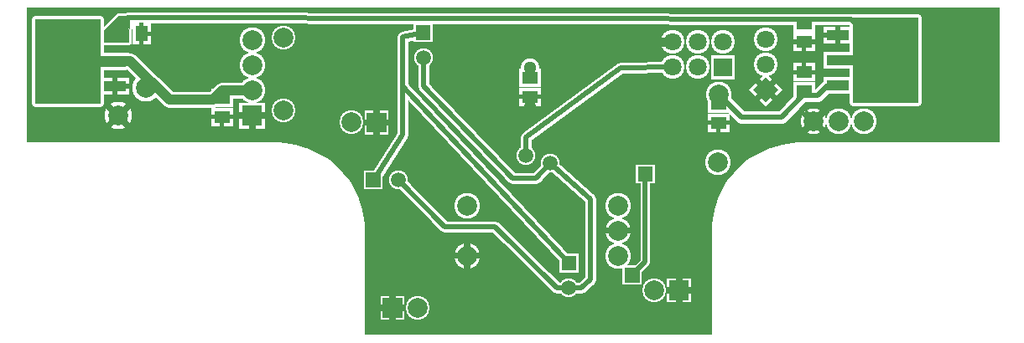
<source format=gbr>
%FSLAX34Y34*%
%MOMM*%
%LNCOPPER_BOTTOM*%
G71*
G01*
%ADD10C, 5.000*%
%ADD11C, 5.200*%
%ADD12C, 2.600*%
%ADD13C, 2.600*%
%ADD14C, 1.900*%
%ADD15C, 1.100*%
%ADD16C, 2.400*%
%ADD17C, 2.600*%
%ADD18C, 2.400*%
%ADD19C, 1.280*%
%ADD20C, 0.300*%
%ADD21R, 3.000X4.100*%
%ADD22R, 3.000X1.800*%
%ADD23C, 0.800*%
%ADD24R, 2.200X1.900*%
%ADD25C, 1.300*%
%ADD26R, 1.900X2.200*%
%ADD27C, 1.600*%
%ADD28C, 0.600*%
%ADD29C, 0.900*%
%ADD30C, 1.880*%
%ADD31C, 2.800*%
%ADD32C, 0.667*%
%ADD33C, 0.924*%
%ADD34C, 0.500*%
%ADD35C, 0.433*%
%ADD36C, 2.000*%
%ADD37C, 2.000*%
%ADD38C, 1.500*%
%ADD39C, 1.800*%
%ADD40C, 2.000*%
%ADD41C, 1.800*%
%ADD42R, 2.200X3.300*%
%ADD43R, 2.200X1.000*%
%ADD44C, 0.000*%
%ADD45R, 1.600X1.300*%
%ADD46R, 1.300X1.600*%
%ADD47C, 1.000*%
%LPD*%
G36*
X-792Y-396D02*
X-982792Y-396D01*
X-982792Y-331396D01*
X-792Y-331396D01*
X-792Y-396D01*
G37*
%LPC*%
X-46036Y-49608D02*
G54D10*
D03*
X-827085Y-49608D02*
G54D11*
D03*
G36*
X-742251Y-122535D02*
X-742251Y-96535D01*
X-768251Y-96535D01*
X-768251Y-122535D01*
X-742251Y-122535D01*
G37*
X-755252Y-84136D02*
G54D12*
D03*
X-755252Y-58736D02*
G54D12*
D03*
X-755252Y-33336D02*
G54D12*
D03*
X-385760Y-200421D02*
G54D13*
D03*
X-538160Y-200421D02*
G54D13*
D03*
X-385760Y-225821D02*
G54D13*
D03*
X-538161Y-251221D02*
G54D13*
D03*
X-385760Y-251221D02*
G54D13*
D03*
G36*
X-425872Y-249262D02*
X-444872Y-249262D01*
X-444872Y-268262D01*
X-425872Y-268262D01*
X-425872Y-249262D01*
G37*
X-435372Y-284163D02*
G54D14*
D03*
G36*
X-592099Y-34827D02*
X-573099Y-34827D01*
X-573099Y-15827D01*
X-592099Y-15827D01*
X-592099Y-34827D01*
G37*
X-582599Y-50727D02*
G54D14*
D03*
G54D15*
X-435372Y-284162D02*
X-422672Y-284162D01*
X-413544Y-275034D01*
X-413544Y-193675D01*
X-454025Y-157956D01*
G54D15*
X-454024Y-157955D02*
X-468708Y-172639D01*
X-492520Y-172639D01*
X-582214Y-79770D01*
X-582214Y-51112D01*
X-582599Y-50727D01*
G54D15*
X-435372Y-258762D02*
X-603645Y-80167D01*
X-603645Y-30102D01*
X-582599Y-25327D01*
G36*
X-268046Y-48660D02*
X-292046Y-48660D01*
X-292046Y-72660D01*
X-268046Y-72660D01*
X-268046Y-48660D01*
G37*
X-280046Y-35260D02*
G54D16*
D03*
X-305446Y-60660D02*
G54D16*
D03*
X-305446Y-35260D02*
G54D16*
D03*
X-330846Y-60660D02*
G54D16*
D03*
X-330847Y-35260D02*
G54D16*
D03*
X-478630Y-150017D02*
G54D14*
D03*
X-137714Y-115489D02*
G54D17*
D03*
X-163114Y-115489D02*
G54D17*
D03*
X-188515Y-115489D02*
G54D17*
D03*
G36*
X-641518Y-104544D02*
X-641518Y-128544D01*
X-617518Y-128544D01*
X-617518Y-104544D01*
X-641518Y-104544D01*
G37*
X-654917Y-116545D02*
G54D16*
D03*
X-454024Y-157955D02*
G54D14*
D03*
G54D15*
X-146048Y-15874D02*
X-150019Y-11906D01*
X-881061Y-10715D01*
X-891381Y-21034D01*
X-891381Y-32544D01*
X-284161Y-88104D02*
G54D12*
D03*
G54D15*
X-330846Y-60660D02*
X-382984Y-60722D01*
X-478964Y-131807D01*
X-478629Y-150017D01*
G36*
X-219639Y-82910D02*
X-236610Y-65939D01*
X-253580Y-82910D01*
X-236610Y-99881D01*
X-219639Y-82910D01*
G37*
X-236609Y-57509D02*
G54D18*
D03*
X-236609Y-32109D02*
G54D18*
D03*
X-723974Y-30424D02*
G54D16*
D03*
X-723973Y-104242D02*
G54D16*
D03*
G36*
X-623743Y-184280D02*
X-623743Y-165280D01*
X-642743Y-165280D01*
X-642743Y-184280D01*
X-623743Y-184280D01*
G37*
X-607842Y-174780D02*
G54D14*
D03*
G54D15*
X-608012Y-174625D02*
X-560784Y-221853D01*
X-509984Y-221853D01*
X-447675Y-284162D01*
X-435372Y-284162D01*
G54D15*
X-603645Y-80167D02*
X-603645Y-128585D01*
X-633411Y-175020D01*
X-412748Y-34526D02*
G54D19*
D03*
X-638967Y-83342D02*
G54D19*
D03*
X-570704Y-148032D02*
G54D19*
D03*
X-474661Y-101201D02*
G54D19*
D03*
G36*
X-986630Y-138112D02*
X-986631Y-331391D01*
X-642938Y-331788D01*
X-642938Y-219869D01*
X-645319Y-205184D01*
X-649684Y-191294D01*
X-656828Y-178197D01*
X-669925Y-162719D01*
X-679450Y-154384D01*
X-698103Y-144859D01*
X-711994Y-140891D01*
X-727869Y-138112D01*
X-986630Y-138112D01*
G37*
G54D20*
X-986630Y-138112D02*
X-986631Y-331391D01*
X-642938Y-331788D01*
X-642938Y-219869D01*
X-645319Y-205184D01*
X-649684Y-191294D01*
X-656828Y-178197D01*
X-669925Y-162719D01*
X-679450Y-154384D01*
X-698103Y-144859D01*
X-711994Y-140891D01*
X-727869Y-138112D01*
X-986630Y-138112D01*
G36*
X397Y-138112D02*
X397Y-332184D01*
X-289322Y-331788D01*
X-289322Y-219869D01*
X-286941Y-205184D01*
X-282575Y-191294D01*
X-275431Y-178197D01*
X-262334Y-162719D01*
X-252809Y-154384D01*
X-234156Y-144859D01*
X-220266Y-140891D01*
X-204391Y-138112D01*
X397Y-138112D01*
G37*
G54D20*
X397Y-138112D02*
X397Y-332184D01*
X-289322Y-331788D01*
X-289322Y-219869D01*
X-286941Y-205184D01*
X-282575Y-191294D01*
X-275431Y-178197D01*
X-262334Y-162719D01*
X-252809Y-154384D01*
X-234156Y-144859D01*
X-220266Y-140891D01*
X-204391Y-138112D01*
X397Y-138112D01*
X-106527Y-53176D02*
G54D21*
D03*
X-163677Y-53176D02*
G54D22*
D03*
X-163677Y-78576D02*
G54D22*
D03*
X-163678Y-27776D02*
G54D22*
D03*
G36*
X-174393Y-48414D02*
X-148993Y-48414D01*
X-148993Y-10710D01*
X-83509Y-10710D01*
X-83509Y-95642D01*
X-148993Y-95642D01*
X-148993Y-57939D01*
X-174393Y-57939D01*
X-174393Y-48414D01*
G37*
G54D23*
X-174393Y-48414D02*
X-148993Y-48414D01*
X-148993Y-10710D01*
X-83509Y-10710D01*
X-83509Y-95642D01*
X-148993Y-95642D01*
X-148993Y-57939D01*
X-174393Y-57939D01*
X-174393Y-48414D01*
X-284536Y-97655D02*
G54D24*
D03*
X-284536Y-116655D02*
G54D24*
D03*
X-198017Y-15900D02*
G54D24*
D03*
X-198017Y-34899D02*
G54D24*
D03*
G54D25*
X-163116Y-78978D02*
X-173831Y-78581D01*
X-184547Y-89297D01*
X-199231Y-89297D01*
X-221059Y-111125D01*
X-261144Y-111125D01*
X-284162Y-88106D01*
X-198017Y-84508D02*
G54D24*
D03*
X-198017Y-65508D02*
G54D24*
D03*
X-785787Y-91701D02*
G54D24*
D03*
X-785787Y-110701D02*
G54D24*
D03*
X-885873Y-26691D02*
G54D26*
D03*
X-866874Y-26691D02*
G54D26*
D03*
X-951158Y-54293D02*
G54D21*
D03*
X-894008Y-54293D02*
G54D22*
D03*
X-894008Y-28893D02*
G54D22*
D03*
X-894008Y-79693D02*
G54D22*
D03*
G36*
X-883292Y-59055D02*
X-908692Y-59055D01*
X-908692Y-96758D01*
X-974177Y-96758D01*
X-974177Y-11827D01*
X-908692Y-11827D01*
X-908692Y-49530D01*
X-883292Y-49530D01*
X-883292Y-59055D01*
G37*
G54D23*
X-883292Y-59055D02*
X-908692Y-59055D01*
X-908692Y-96758D01*
X-974177Y-96758D01*
X-974177Y-11827D01*
X-908692Y-11827D01*
X-908692Y-49530D01*
X-883292Y-49530D01*
X-883292Y-59055D01*
G54D27*
X-893366Y-54372D02*
X-878284Y-54372D01*
X-838994Y-93662D01*
X-794941Y-93662D01*
X-785416Y-84138D01*
X-755650Y-84138D01*
G36*
X-879872Y-34528D02*
X-879475Y-8334D01*
X-890588Y-8334D01*
X-904875Y-24209D01*
X-904875Y-34528D01*
X-904478Y-34925D01*
X-879872Y-34528D01*
G37*
G54D28*
X-879872Y-34528D02*
X-879475Y-8334D01*
X-890588Y-8334D01*
X-904875Y-24209D01*
X-904875Y-34528D01*
X-904478Y-34925D01*
X-879872Y-34528D01*
G36*
X-601492Y-316244D02*
X-601492Y-292244D01*
X-625492Y-292244D01*
X-625492Y-316244D01*
X-601492Y-316244D01*
G37*
X-588092Y-304244D02*
G54D16*
D03*
G36*
X-336321Y-274406D02*
X-336321Y-298406D01*
X-312321Y-298406D01*
X-312321Y-274406D01*
X-336321Y-274406D01*
G37*
X-349720Y-286407D02*
G54D16*
D03*
G36*
X-348708Y-177930D02*
X-348708Y-158930D01*
X-367708Y-158930D01*
X-367708Y-177930D01*
X-348708Y-177930D01*
G37*
G36*
X-362202Y-280324D02*
X-362202Y-261324D01*
X-381202Y-261324D01*
X-381202Y-280324D01*
X-362202Y-280324D01*
G37*
G54D29*
X-358378Y-168275D02*
X-358378Y-257572D01*
X-372269Y-271462D01*
X-285352Y-157160D02*
G54D12*
D03*
X-474661Y-61117D02*
G54D30*
D03*
X-475036Y-71462D02*
G54D24*
D03*
X-475036Y-90461D02*
G54D24*
D03*
X-862314Y-81505D02*
G54D31*
D03*
X-890598Y-109789D02*
G54D31*
D03*
%LPD*%
G54D32*
G36*
X-755251Y-112869D02*
X-741751Y-112869D01*
X-741751Y-106202D01*
X-755251Y-106202D01*
X-755251Y-112869D01*
G37*
G36*
X-755251Y-106202D02*
X-768751Y-106202D01*
X-768751Y-112869D01*
X-755251Y-112869D01*
X-755251Y-106202D01*
G37*
G36*
X-758585Y-109535D02*
X-758585Y-123035D01*
X-751918Y-123035D01*
X-751918Y-109535D01*
X-758585Y-109535D01*
G37*
G54D32*
G36*
X-385760Y-222488D02*
X-399260Y-222488D01*
X-399260Y-229154D01*
X-385760Y-229154D01*
X-385760Y-222488D01*
G37*
G36*
X-385760Y-229154D02*
X-372260Y-229154D01*
X-372260Y-222488D01*
X-385760Y-222488D01*
X-385760Y-229154D01*
G37*
G54D32*
G36*
X-538161Y-247888D02*
X-551661Y-247888D01*
X-551661Y-254554D01*
X-538161Y-254554D01*
X-538161Y-247888D01*
G37*
G36*
X-541494Y-251221D02*
X-541494Y-264721D01*
X-534827Y-264721D01*
X-534827Y-251221D01*
X-541494Y-251221D01*
G37*
G36*
X-538161Y-254554D02*
X-524661Y-254554D01*
X-524661Y-247888D01*
X-538161Y-247888D01*
X-538161Y-254554D01*
G37*
G36*
X-534827Y-251221D02*
X-534827Y-237721D01*
X-541494Y-237721D01*
X-541494Y-251221D01*
X-534827Y-251221D01*
G37*
G54D33*
G36*
X-330847Y-30640D02*
X-343347Y-30640D01*
X-343347Y-39880D01*
X-330847Y-39880D01*
X-330847Y-30640D01*
G37*
G54D32*
G36*
X-186158Y-113132D02*
X-195703Y-103586D01*
X-200418Y-108300D01*
X-190872Y-117846D01*
X-186158Y-113132D01*
G37*
G36*
X-190872Y-113132D02*
X-200418Y-122678D01*
X-195703Y-127392D01*
X-186158Y-117846D01*
X-190872Y-113132D01*
G37*
G36*
X-190872Y-117846D02*
X-181326Y-127392D01*
X-176612Y-122678D01*
X-186158Y-113132D01*
X-190872Y-117846D01*
G37*
G36*
X-186158Y-117846D02*
X-176612Y-108300D01*
X-181326Y-103586D01*
X-190872Y-113132D01*
X-186158Y-117846D01*
G37*
G54D32*
G36*
X-629518Y-113211D02*
X-642018Y-113211D01*
X-642018Y-119878D01*
X-629518Y-119878D01*
X-629518Y-113211D01*
G37*
G36*
X-632851Y-116544D02*
X-632851Y-129044D01*
X-626184Y-129044D01*
X-626184Y-116544D01*
X-632851Y-116544D01*
G37*
G36*
X-629518Y-119878D02*
X-617018Y-119878D01*
X-617018Y-113211D01*
X-629518Y-113211D01*
X-629518Y-119878D01*
G37*
G36*
X-626184Y-116544D02*
X-626184Y-104044D01*
X-632851Y-104044D01*
X-632851Y-116544D01*
X-626184Y-116544D01*
G37*
G54D28*
G36*
X-234488Y-85031D02*
X-225649Y-76192D01*
X-229892Y-71950D01*
X-238731Y-80789D01*
X-234488Y-85031D01*
G37*
G36*
X-234488Y-80789D02*
X-243327Y-71950D01*
X-247570Y-76192D01*
X-238731Y-85031D01*
X-234488Y-80789D01*
G37*
G36*
X-238731Y-80789D02*
X-247570Y-89628D01*
X-243327Y-93870D01*
X-234488Y-85031D01*
X-238731Y-80789D01*
G37*
G36*
X-238731Y-85031D02*
X-229892Y-93870D01*
X-225649Y-89628D01*
X-234488Y-80789D01*
X-238731Y-85031D01*
G37*
G54D34*
G36*
X-163678Y-25276D02*
X-179178Y-25275D01*
X-179178Y-30275D01*
X-163678Y-30276D01*
X-163678Y-25276D01*
G37*
G36*
X-166178Y-27776D02*
X-166178Y-37276D01*
X-161178Y-37276D01*
X-161178Y-27776D01*
X-166178Y-27776D01*
G37*
G36*
X-161178Y-27776D02*
X-161177Y-18276D01*
X-166177Y-18276D01*
X-166178Y-27776D01*
X-161178Y-27776D01*
G37*
G54D35*
G36*
X-284536Y-114488D02*
X-296036Y-114488D01*
X-296036Y-118821D01*
X-284536Y-118821D01*
X-284536Y-114488D01*
G37*
G36*
X-286703Y-116655D02*
X-286702Y-126655D01*
X-282369Y-126655D01*
X-282370Y-116655D01*
X-286703Y-116655D01*
G37*
G36*
X-284536Y-118821D02*
X-273036Y-118821D01*
X-273036Y-114488D01*
X-284536Y-114488D01*
X-284536Y-118821D01*
G37*
G54D35*
G36*
X-198017Y-32732D02*
X-209517Y-32733D01*
X-209517Y-37066D01*
X-198017Y-37066D01*
X-198017Y-32732D01*
G37*
G36*
X-200183Y-34899D02*
X-200183Y-44899D01*
X-195850Y-44899D01*
X-195850Y-34899D01*
X-200183Y-34899D01*
G37*
G36*
X-198017Y-37066D02*
X-186517Y-37065D01*
X-186517Y-32732D01*
X-198017Y-32732D01*
X-198017Y-37066D01*
G37*
G54D35*
G36*
X-198017Y-67675D02*
X-186517Y-67674D01*
X-186517Y-63342D01*
X-198017Y-63342D01*
X-198017Y-67675D01*
G37*
G36*
X-195850Y-65508D02*
X-195851Y-55508D01*
X-200184Y-55508D01*
X-200183Y-65508D01*
X-195850Y-65508D01*
G37*
G36*
X-198017Y-63342D02*
X-209517Y-63342D01*
X-209517Y-67675D01*
X-198017Y-67675D01*
X-198017Y-63342D01*
G37*
G54D35*
G36*
X-785787Y-108534D02*
X-797287Y-108534D01*
X-797287Y-112867D01*
X-785787Y-112868D01*
X-785787Y-108534D01*
G37*
G36*
X-787953Y-110701D02*
X-787953Y-120701D01*
X-783620Y-120701D01*
X-783620Y-110701D01*
X-787953Y-110701D01*
G37*
G36*
X-785787Y-112868D02*
X-774287Y-112868D01*
X-774287Y-108535D01*
X-785787Y-108534D01*
X-785787Y-112868D01*
G37*
G54D35*
G36*
X-869040Y-26691D02*
X-869040Y-38191D01*
X-864707Y-38191D01*
X-864707Y-26691D01*
X-869040Y-26691D01*
G37*
G36*
X-866874Y-28858D02*
X-856874Y-28858D01*
X-856874Y-24524D01*
X-866874Y-24525D01*
X-866874Y-28858D01*
G37*
G36*
X-864707Y-26691D02*
X-864708Y-15191D01*
X-869041Y-15191D01*
X-869040Y-26691D01*
X-864707Y-26691D01*
G37*
G54D34*
G36*
X-894008Y-82193D02*
X-878508Y-82194D01*
X-878508Y-77194D01*
X-894008Y-77193D01*
X-894008Y-82193D01*
G37*
G36*
X-891508Y-79693D02*
X-891508Y-70193D01*
X-896508Y-70193D01*
X-896508Y-79693D01*
X-891508Y-79693D01*
G37*
G36*
X-896508Y-79693D02*
X-896508Y-89193D01*
X-891508Y-89193D01*
X-891508Y-79693D01*
X-896508Y-79693D01*
G37*
G54D32*
G36*
X-613492Y-307577D02*
X-600992Y-307577D01*
X-600992Y-300910D01*
X-613492Y-300910D01*
X-613492Y-307577D01*
G37*
G36*
X-610158Y-304244D02*
X-610158Y-291744D01*
X-616825Y-291744D01*
X-616825Y-304244D01*
X-610158Y-304244D01*
G37*
G36*
X-613492Y-300910D02*
X-625992Y-300910D01*
X-625992Y-307577D01*
X-613492Y-307577D01*
X-613492Y-300910D01*
G37*
G36*
X-616825Y-304244D02*
X-616825Y-316744D01*
X-610158Y-316744D01*
X-610158Y-304244D01*
X-616825Y-304244D01*
G37*
G54D32*
G36*
X-324321Y-283073D02*
X-336821Y-283073D01*
X-336821Y-289740D01*
X-324321Y-289740D01*
X-324321Y-283073D01*
G37*
G36*
X-327654Y-286406D02*
X-327654Y-298906D01*
X-320987Y-298906D01*
X-320987Y-286406D01*
X-327654Y-286406D01*
G37*
G36*
X-324321Y-289740D02*
X-311821Y-289740D01*
X-311821Y-283073D01*
X-324321Y-283073D01*
X-324321Y-289740D01*
G37*
G36*
X-320987Y-286406D02*
X-320987Y-273906D01*
X-327654Y-273906D01*
X-327654Y-286406D01*
X-320987Y-286406D01*
G37*
G54D35*
G36*
X-475036Y-88294D02*
X-486536Y-88295D01*
X-486536Y-92628D01*
X-475036Y-92627D01*
X-475036Y-88294D01*
G37*
G36*
X-477203Y-90461D02*
X-477202Y-100461D01*
X-472869Y-100461D01*
X-472870Y-90461D01*
X-477203Y-90461D01*
G37*
G36*
X-475036Y-92627D02*
X-463536Y-92627D01*
X-463536Y-88294D01*
X-475036Y-88294D01*
X-475036Y-92627D01*
G37*
G54D32*
G36*
X-888241Y-107432D02*
X-898494Y-97179D01*
X-903208Y-101893D01*
X-892955Y-112146D01*
X-888241Y-107432D01*
G37*
G36*
X-892955Y-107432D02*
X-903208Y-117685D01*
X-898494Y-122399D01*
X-888241Y-112146D01*
X-892955Y-107432D01*
G37*
G36*
X-892955Y-112146D02*
X-882702Y-122399D01*
X-877988Y-117685D01*
X-888241Y-107432D01*
X-892955Y-112146D01*
G37*
G36*
X-888241Y-112146D02*
X-877988Y-101893D01*
X-882702Y-97179D01*
X-892955Y-107432D01*
X-888241Y-112146D01*
G37*
X-46036Y-49608D02*
G54D10*
D03*
X-827085Y-49608D02*
G54D11*
D03*
G36*
X-745251Y-119535D02*
X-745251Y-99535D01*
X-765251Y-99535D01*
X-765251Y-119535D01*
X-745251Y-119535D01*
G37*
X-755252Y-84136D02*
G54D36*
D03*
X-755252Y-58736D02*
G54D36*
D03*
X-755252Y-33336D02*
G54D36*
D03*
X-385760Y-200421D02*
G54D37*
D03*
X-538160Y-200421D02*
G54D37*
D03*
X-385760Y-225821D02*
G54D37*
D03*
X-538161Y-251221D02*
G54D37*
D03*
X-385760Y-251221D02*
G54D37*
D03*
G36*
X-427872Y-251262D02*
X-442872Y-251262D01*
X-442872Y-266262D01*
X-427872Y-266262D01*
X-427872Y-251262D01*
G37*
X-435372Y-284163D02*
G54D38*
D03*
G36*
X-590099Y-32827D02*
X-575099Y-32827D01*
X-575099Y-17827D01*
X-590099Y-17827D01*
X-590099Y-32827D01*
G37*
X-582599Y-50727D02*
G54D38*
D03*
G54D34*
X-435372Y-284162D02*
X-422672Y-284162D01*
X-413544Y-275034D01*
X-413544Y-193675D01*
X-454025Y-157956D01*
G54D34*
X-454024Y-157955D02*
X-468708Y-172639D01*
X-492520Y-172639D01*
X-582214Y-79770D01*
X-582214Y-51112D01*
X-582599Y-50727D01*
G54D34*
X-435372Y-258762D02*
X-603645Y-80167D01*
X-603645Y-30102D01*
X-582599Y-25327D01*
G36*
X-271046Y-51660D02*
X-289046Y-51660D01*
X-289046Y-69660D01*
X-271046Y-69660D01*
X-271046Y-51660D01*
G37*
X-280046Y-35260D02*
G54D39*
D03*
X-305446Y-60660D02*
G54D39*
D03*
X-305446Y-35260D02*
G54D39*
D03*
X-330846Y-60660D02*
G54D39*
D03*
X-330847Y-35260D02*
G54D39*
D03*
X-478630Y-150017D02*
G54D38*
D03*
X-137714Y-115489D02*
G54D40*
D03*
X-163114Y-115489D02*
G54D40*
D03*
X-188515Y-115489D02*
G54D40*
D03*
G36*
X-639518Y-106544D02*
X-639518Y-126544D01*
X-619518Y-126544D01*
X-619518Y-106544D01*
X-639518Y-106544D01*
G37*
X-654917Y-116545D02*
G54D36*
D03*
X-454024Y-157955D02*
G54D38*
D03*
G54D34*
X-146048Y-15874D02*
X-150019Y-11906D01*
X-881061Y-10715D01*
X-891381Y-21034D01*
X-891381Y-32544D01*
X-284161Y-88104D02*
G54D36*
D03*
G54D34*
X-330846Y-60660D02*
X-382984Y-60722D01*
X-478964Y-131807D01*
X-478629Y-150017D01*
G36*
X-223882Y-82910D02*
X-236610Y-70182D01*
X-249338Y-82910D01*
X-236610Y-95638D01*
X-223882Y-82910D01*
G37*
X-236609Y-57509D02*
G54D41*
D03*
X-236609Y-32109D02*
G54D41*
D03*
X-723974Y-30424D02*
G54D36*
D03*
X-723973Y-104242D02*
G54D36*
D03*
G36*
X-625743Y-182280D02*
X-625743Y-167280D01*
X-640743Y-167280D01*
X-640743Y-182280D01*
X-625743Y-182280D01*
G37*
X-607842Y-174780D02*
G54D38*
D03*
G54D34*
X-608012Y-174625D02*
X-560784Y-221853D01*
X-509984Y-221853D01*
X-447675Y-284162D01*
X-435372Y-284162D01*
G54D34*
X-603645Y-80167D02*
X-603645Y-128585D01*
X-633411Y-175020D01*
X-412748Y-34526D02*
G54D19*
D03*
X-638967Y-83342D02*
G54D19*
D03*
X-570704Y-148032D02*
G54D19*
D03*
X-474661Y-101201D02*
G54D19*
D03*
X-106527Y-53176D02*
G54D42*
D03*
X-163677Y-53176D02*
G54D43*
D03*
X-163677Y-78576D02*
G54D43*
D03*
X-163678Y-27776D02*
G54D43*
D03*
G36*
X-174393Y-48414D02*
X-148993Y-48414D01*
X-148993Y-10710D01*
X-83509Y-10710D01*
X-83509Y-95642D01*
X-148993Y-95642D01*
X-148993Y-57939D01*
X-174393Y-57939D01*
X-174393Y-48414D01*
G37*
G54D44*
X-174393Y-48414D02*
X-148993Y-48414D01*
X-148993Y-10710D01*
X-83509Y-10710D01*
X-83509Y-95642D01*
X-148993Y-95642D01*
X-148993Y-57939D01*
X-174393Y-57939D01*
X-174393Y-48414D01*
X-284536Y-97655D02*
G54D45*
D03*
X-284536Y-116655D02*
G54D45*
D03*
X-198017Y-15900D02*
G54D45*
D03*
X-198017Y-34899D02*
G54D45*
D03*
G54D34*
X-163116Y-78978D02*
X-173831Y-78581D01*
X-184547Y-89297D01*
X-199231Y-89297D01*
X-221059Y-111125D01*
X-261144Y-111125D01*
X-284162Y-88106D01*
X-198017Y-84508D02*
G54D45*
D03*
X-198017Y-65508D02*
G54D45*
D03*
X-785787Y-91701D02*
G54D45*
D03*
X-785787Y-110701D02*
G54D45*
D03*
X-885873Y-26691D02*
G54D46*
D03*
X-866874Y-26691D02*
G54D46*
D03*
X-951158Y-54293D02*
G54D42*
D03*
X-894008Y-54293D02*
G54D43*
D03*
X-894008Y-28893D02*
G54D43*
D03*
X-894008Y-79693D02*
G54D43*
D03*
G36*
X-883292Y-59055D02*
X-908692Y-59055D01*
X-908692Y-96758D01*
X-974177Y-96758D01*
X-974177Y-11827D01*
X-908692Y-11827D01*
X-908692Y-49530D01*
X-883292Y-49530D01*
X-883292Y-59055D01*
G37*
G54D44*
X-883292Y-59055D02*
X-908692Y-59055D01*
X-908692Y-96758D01*
X-974177Y-96758D01*
X-974177Y-11827D01*
X-908692Y-11827D01*
X-908692Y-49530D01*
X-883292Y-49530D01*
X-883292Y-59055D01*
G54D47*
X-893366Y-54372D02*
X-878284Y-54372D01*
X-838994Y-93662D01*
X-794941Y-93662D01*
X-785416Y-84138D01*
X-755650Y-84138D01*
G36*
X-879872Y-34528D02*
X-879475Y-8334D01*
X-890588Y-8334D01*
X-904875Y-24209D01*
X-904875Y-34528D01*
X-904478Y-34925D01*
X-879872Y-34528D01*
G37*
G54D44*
X-879872Y-34528D02*
X-879475Y-8334D01*
X-890588Y-8334D01*
X-904875Y-24209D01*
X-904875Y-34528D01*
X-904478Y-34925D01*
X-879872Y-34528D01*
G36*
X-603492Y-314244D02*
X-603492Y-294244D01*
X-623492Y-294244D01*
X-623492Y-314244D01*
X-603492Y-314244D01*
G37*
X-588092Y-304244D02*
G54D36*
D03*
G36*
X-334321Y-276406D02*
X-334321Y-296406D01*
X-314321Y-296406D01*
X-314321Y-276406D01*
X-334321Y-276406D01*
G37*
X-349720Y-286407D02*
G54D36*
D03*
G36*
X-350708Y-175930D02*
X-350708Y-160930D01*
X-365708Y-160930D01*
X-365708Y-175930D01*
X-350708Y-175930D01*
G37*
G36*
X-364202Y-278324D02*
X-364202Y-263324D01*
X-379202Y-263324D01*
X-379202Y-278324D01*
X-364202Y-278324D01*
G37*
G54D34*
X-358378Y-168275D02*
X-358378Y-257572D01*
X-372269Y-271462D01*
X-285352Y-157160D02*
G54D36*
D03*
X-474661Y-61117D02*
G54D19*
D03*
X-475036Y-71462D02*
G54D45*
D03*
X-475036Y-90461D02*
G54D45*
D03*
X-862314Y-81505D02*
G54D40*
D03*
X-890598Y-109789D02*
G54D40*
D03*
M02*

</source>
